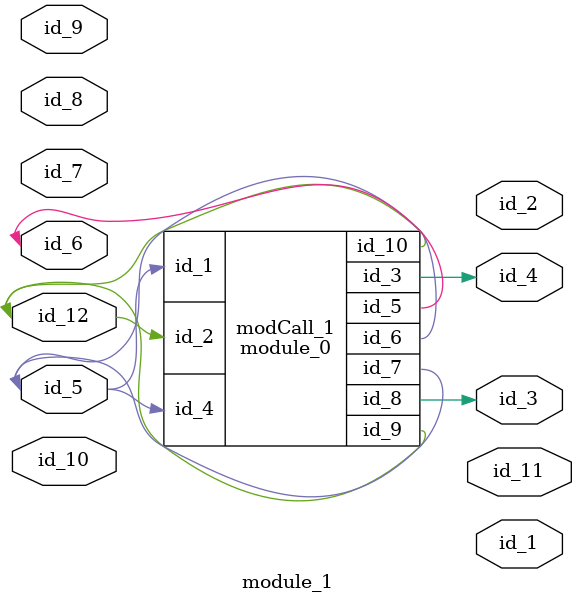
<source format=v>
module module_0 (
    id_1,
    id_2,
    id_3,
    id_4,
    id_5,
    id_6,
    id_7,
    id_8,
    id_9,
    id_10
);
  inout wire id_10;
  inout wire id_9;
  output wire id_8;
  inout wire id_7;
  output wire id_6;
  inout wire id_5;
  input wire id_4;
  output wire id_3;
  input wire id_2;
  input wire id_1;
endmodule
module module_1 (
    id_1,
    id_2,
    id_3,
    id_4,
    id_5,
    id_6,
    id_7,
    id_8,
    id_9,
    id_10,
    id_11,
    id_12
);
  inout wire id_12;
  output wire id_11;
  input wire id_10;
  input wire id_9;
  input wire id_8;
  input wire id_7;
  inout wire id_6;
  inout wire id_5;
  output wire id_4;
  output wire id_3;
  output wire id_2;
  output wire id_1;
  module_0 modCall_1 (
      id_5,
      id_12,
      id_4,
      id_5,
      id_6,
      id_5,
      id_5,
      id_3,
      id_12,
      id_12
  );
endmodule

</source>
